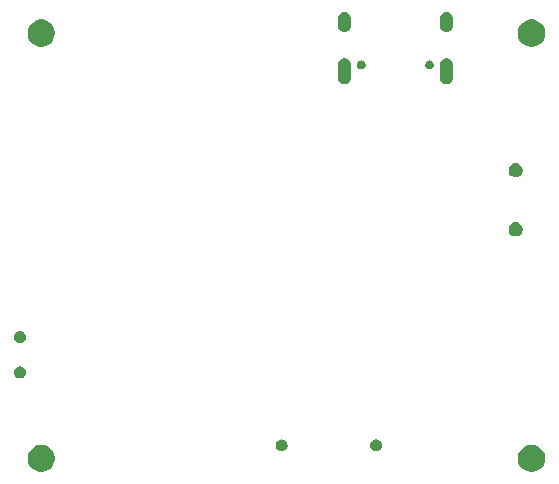
<source format=gbr>
G04 #@! TF.GenerationSoftware,KiCad,Pcbnew,5.0.2-bee76a0~70~ubuntu18.04.1*
G04 #@! TF.CreationDate,2019-04-08T17:38:34+02:00*
G04 #@! TF.ProjectId,anotterwatch,616e6f74-7465-4727-9761-7463682e6b69,rev?*
G04 #@! TF.SameCoordinates,Original*
G04 #@! TF.FileFunction,Soldermask,Top*
G04 #@! TF.FilePolarity,Negative*
%FSLAX46Y46*%
G04 Gerber Fmt 4.6, Leading zero omitted, Abs format (unit mm)*
G04 Created by KiCad (PCBNEW 5.0.2-bee76a0~70~ubuntu18.04.1) date Mo 08 Apr 2019 17:38:34 CEST*
%MOMM*%
%LPD*%
G01*
G04 APERTURE LIST*
%ADD10C,0.100000*%
G04 APERTURE END LIST*
D10*
G36*
X81835734Y-106893232D02*
X82045202Y-106979996D01*
X82233723Y-107105962D01*
X82394038Y-107266277D01*
X82520004Y-107454798D01*
X82606768Y-107664266D01*
X82651000Y-107886635D01*
X82651000Y-108113365D01*
X82606768Y-108335734D01*
X82520004Y-108545202D01*
X82394038Y-108733723D01*
X82233723Y-108894038D01*
X82045202Y-109020004D01*
X81835734Y-109106768D01*
X81613365Y-109151000D01*
X81386635Y-109151000D01*
X81164266Y-109106768D01*
X80954798Y-109020004D01*
X80766277Y-108894038D01*
X80605962Y-108733723D01*
X80479996Y-108545202D01*
X80393232Y-108335734D01*
X80349000Y-108113365D01*
X80349000Y-107886635D01*
X80393232Y-107664266D01*
X80479996Y-107454798D01*
X80605962Y-107266277D01*
X80766277Y-107105962D01*
X80954798Y-106979996D01*
X81164266Y-106893232D01*
X81386635Y-106849000D01*
X81613365Y-106849000D01*
X81835734Y-106893232D01*
X81835734Y-106893232D01*
G37*
G36*
X123335734Y-106893232D02*
X123545202Y-106979996D01*
X123733723Y-107105962D01*
X123894038Y-107266277D01*
X124020004Y-107454798D01*
X124106768Y-107664266D01*
X124151000Y-107886635D01*
X124151000Y-108113365D01*
X124106768Y-108335734D01*
X124020004Y-108545202D01*
X123894038Y-108733723D01*
X123733723Y-108894038D01*
X123545202Y-109020004D01*
X123335734Y-109106768D01*
X123113365Y-109151000D01*
X122886635Y-109151000D01*
X122664266Y-109106768D01*
X122454798Y-109020004D01*
X122266277Y-108894038D01*
X122105962Y-108733723D01*
X121979996Y-108545202D01*
X121893232Y-108335734D01*
X121849000Y-108113365D01*
X121849000Y-107886635D01*
X121893232Y-107664266D01*
X121979996Y-107454798D01*
X122105962Y-107266277D01*
X122266277Y-107105962D01*
X122454798Y-106979996D01*
X122664266Y-106893232D01*
X122886635Y-106849000D01*
X123113365Y-106849000D01*
X123335734Y-106893232D01*
X123335734Y-106893232D01*
G37*
G36*
X109998136Y-106415253D02*
X110089312Y-106453019D01*
X110171372Y-106507850D01*
X110241150Y-106577628D01*
X110295981Y-106659688D01*
X110333747Y-106750864D01*
X110353000Y-106847656D01*
X110353000Y-106946344D01*
X110333747Y-107043136D01*
X110295981Y-107134312D01*
X110241150Y-107216372D01*
X110171372Y-107286150D01*
X110089312Y-107340981D01*
X109998136Y-107378747D01*
X109901344Y-107398000D01*
X109802656Y-107398000D01*
X109705864Y-107378747D01*
X109614688Y-107340981D01*
X109532628Y-107286150D01*
X109462850Y-107216372D01*
X109408019Y-107134312D01*
X109370253Y-107043136D01*
X109351000Y-106946344D01*
X109351000Y-106847656D01*
X109370253Y-106750864D01*
X109408019Y-106659688D01*
X109462850Y-106577628D01*
X109532628Y-106507850D01*
X109614688Y-106453019D01*
X109705864Y-106415253D01*
X109802656Y-106396000D01*
X109901344Y-106396000D01*
X109998136Y-106415253D01*
X109998136Y-106415253D01*
G37*
G36*
X101998136Y-106415253D02*
X102089312Y-106453019D01*
X102171372Y-106507850D01*
X102241150Y-106577628D01*
X102295981Y-106659688D01*
X102333747Y-106750864D01*
X102353000Y-106847656D01*
X102353000Y-106946344D01*
X102333747Y-107043136D01*
X102295981Y-107134312D01*
X102241150Y-107216372D01*
X102171372Y-107286150D01*
X102089312Y-107340981D01*
X101998136Y-107378747D01*
X101901344Y-107398000D01*
X101802656Y-107398000D01*
X101705864Y-107378747D01*
X101614688Y-107340981D01*
X101532628Y-107286150D01*
X101462850Y-107216372D01*
X101408019Y-107134312D01*
X101370253Y-107043136D01*
X101351000Y-106946344D01*
X101351000Y-106847656D01*
X101370253Y-106750864D01*
X101408019Y-106659688D01*
X101462850Y-106577628D01*
X101532628Y-106507850D01*
X101614688Y-106453019D01*
X101705864Y-106415253D01*
X101802656Y-106396000D01*
X101901344Y-106396000D01*
X101998136Y-106415253D01*
X101998136Y-106415253D01*
G37*
G36*
X79826136Y-100238253D02*
X79917312Y-100276019D01*
X79999372Y-100330850D01*
X80069150Y-100400628D01*
X80123981Y-100482688D01*
X80161747Y-100573864D01*
X80181000Y-100670656D01*
X80181000Y-100769344D01*
X80161747Y-100866136D01*
X80123981Y-100957312D01*
X80069150Y-101039372D01*
X79999372Y-101109150D01*
X79917312Y-101163981D01*
X79826136Y-101201747D01*
X79729344Y-101221000D01*
X79630656Y-101221000D01*
X79533864Y-101201747D01*
X79442688Y-101163981D01*
X79360628Y-101109150D01*
X79290850Y-101039372D01*
X79236019Y-100957312D01*
X79198253Y-100866136D01*
X79179000Y-100769344D01*
X79179000Y-100670656D01*
X79198253Y-100573864D01*
X79236019Y-100482688D01*
X79290850Y-100400628D01*
X79360628Y-100330850D01*
X79442688Y-100276019D01*
X79533864Y-100238253D01*
X79630656Y-100219000D01*
X79729344Y-100219000D01*
X79826136Y-100238253D01*
X79826136Y-100238253D01*
G37*
G36*
X79826136Y-97238253D02*
X79917312Y-97276019D01*
X79999372Y-97330850D01*
X80069150Y-97400628D01*
X80123981Y-97482688D01*
X80161747Y-97573864D01*
X80181000Y-97670656D01*
X80181000Y-97769344D01*
X80161747Y-97866136D01*
X80123981Y-97957312D01*
X80069150Y-98039372D01*
X79999372Y-98109150D01*
X79917312Y-98163981D01*
X79826136Y-98201747D01*
X79729344Y-98221000D01*
X79630656Y-98221000D01*
X79533864Y-98201747D01*
X79442688Y-98163981D01*
X79360628Y-98109150D01*
X79290850Y-98039372D01*
X79236019Y-97957312D01*
X79198253Y-97866136D01*
X79179000Y-97769344D01*
X79179000Y-97670656D01*
X79198253Y-97573864D01*
X79236019Y-97482688D01*
X79290850Y-97400628D01*
X79360628Y-97330850D01*
X79442688Y-97276019D01*
X79533864Y-97238253D01*
X79630656Y-97219000D01*
X79729344Y-97219000D01*
X79826136Y-97238253D01*
X79826136Y-97238253D01*
G37*
G36*
X121835305Y-88028096D02*
X121944680Y-88073400D01*
X122043118Y-88139175D01*
X122126825Y-88222882D01*
X122192600Y-88321320D01*
X122237904Y-88430695D01*
X122261000Y-88546806D01*
X122261000Y-88665194D01*
X122237904Y-88781305D01*
X122192600Y-88890680D01*
X122126825Y-88989118D01*
X122043118Y-89072825D01*
X121944680Y-89138600D01*
X121835305Y-89183904D01*
X121719194Y-89207000D01*
X121600806Y-89207000D01*
X121484695Y-89183904D01*
X121375320Y-89138600D01*
X121276882Y-89072825D01*
X121193175Y-88989118D01*
X121127400Y-88890680D01*
X121082096Y-88781305D01*
X121059000Y-88665194D01*
X121059000Y-88546806D01*
X121082096Y-88430695D01*
X121127400Y-88321320D01*
X121193175Y-88222882D01*
X121276882Y-88139175D01*
X121375320Y-88073400D01*
X121484695Y-88028096D01*
X121600806Y-88005000D01*
X121719194Y-88005000D01*
X121835305Y-88028096D01*
X121835305Y-88028096D01*
G37*
G36*
X121835305Y-83028096D02*
X121944680Y-83073400D01*
X122043118Y-83139175D01*
X122126825Y-83222882D01*
X122192600Y-83321320D01*
X122237904Y-83430695D01*
X122261000Y-83546806D01*
X122261000Y-83665194D01*
X122237904Y-83781305D01*
X122192600Y-83890680D01*
X122126825Y-83989118D01*
X122043118Y-84072825D01*
X121944680Y-84138600D01*
X121835305Y-84183904D01*
X121719194Y-84207000D01*
X121600806Y-84207000D01*
X121484695Y-84183904D01*
X121375320Y-84138600D01*
X121276882Y-84072825D01*
X121193175Y-83989118D01*
X121127400Y-83890680D01*
X121082096Y-83781305D01*
X121059000Y-83665194D01*
X121059000Y-83546806D01*
X121082096Y-83430695D01*
X121127400Y-83321320D01*
X121193175Y-83222882D01*
X121276882Y-83139175D01*
X121375320Y-83073400D01*
X121484695Y-83028096D01*
X121600806Y-83005000D01*
X121719194Y-83005000D01*
X121835305Y-83028096D01*
X121835305Y-83028096D01*
G37*
G36*
X107268614Y-74128473D02*
X107372478Y-74159979D01*
X107468200Y-74211144D01*
X107552101Y-74279999D01*
X107620956Y-74363900D01*
X107672121Y-74459621D01*
X107703627Y-74563485D01*
X107711600Y-74644433D01*
X107711600Y-75798567D01*
X107703627Y-75879515D01*
X107672121Y-75983379D01*
X107620956Y-76079100D01*
X107552101Y-76163001D01*
X107468200Y-76231856D01*
X107372479Y-76283021D01*
X107268615Y-76314527D01*
X107160600Y-76325166D01*
X107052586Y-76314527D01*
X106948722Y-76283021D01*
X106853001Y-76231856D01*
X106769100Y-76163001D01*
X106700245Y-76079100D01*
X106649080Y-75983379D01*
X106617574Y-75879515D01*
X106609601Y-75798567D01*
X106609600Y-74644434D01*
X106617573Y-74563486D01*
X106649079Y-74459622D01*
X106700244Y-74363900D01*
X106769099Y-74279999D01*
X106853000Y-74211144D01*
X106948721Y-74159979D01*
X107052585Y-74128473D01*
X107160600Y-74117834D01*
X107268614Y-74128473D01*
X107268614Y-74128473D01*
G37*
G36*
X115908614Y-74128473D02*
X116012478Y-74159979D01*
X116108200Y-74211144D01*
X116192101Y-74279999D01*
X116260956Y-74363900D01*
X116312121Y-74459621D01*
X116343627Y-74563485D01*
X116351600Y-74644433D01*
X116351600Y-75798567D01*
X116343627Y-75879515D01*
X116312121Y-75983379D01*
X116260956Y-76079100D01*
X116192101Y-76163001D01*
X116108200Y-76231856D01*
X116012479Y-76283021D01*
X115908615Y-76314527D01*
X115800600Y-76325166D01*
X115692586Y-76314527D01*
X115588722Y-76283021D01*
X115493001Y-76231856D01*
X115409100Y-76163001D01*
X115340245Y-76079100D01*
X115289080Y-75983379D01*
X115257574Y-75879515D01*
X115249601Y-75798567D01*
X115249600Y-74644434D01*
X115257573Y-74563486D01*
X115289079Y-74459622D01*
X115340244Y-74363900D01*
X115409099Y-74279999D01*
X115493000Y-74211144D01*
X115588721Y-74159979D01*
X115692585Y-74128473D01*
X115800600Y-74117834D01*
X115908614Y-74128473D01*
X115908614Y-74128473D01*
G37*
G36*
X114480272Y-74329949D02*
X114480274Y-74329950D01*
X114480275Y-74329950D01*
X114548703Y-74358293D01*
X114610009Y-74399257D01*
X114610289Y-74399444D01*
X114662656Y-74451811D01*
X114662658Y-74451814D01*
X114703807Y-74513397D01*
X114732150Y-74581825D01*
X114732151Y-74581828D01*
X114746600Y-74654466D01*
X114746600Y-74728533D01*
X114732150Y-74801175D01*
X114703807Y-74869603D01*
X114662843Y-74930909D01*
X114662656Y-74931189D01*
X114610289Y-74983556D01*
X114610286Y-74983558D01*
X114548703Y-75024707D01*
X114480275Y-75053050D01*
X114480274Y-75053050D01*
X114480272Y-75053051D01*
X114407634Y-75067500D01*
X114333566Y-75067500D01*
X114260928Y-75053051D01*
X114260926Y-75053050D01*
X114260925Y-75053050D01*
X114192497Y-75024707D01*
X114130914Y-74983558D01*
X114130911Y-74983556D01*
X114078544Y-74931189D01*
X114078357Y-74930909D01*
X114037393Y-74869603D01*
X114009050Y-74801175D01*
X113994600Y-74728533D01*
X113994600Y-74654466D01*
X114009049Y-74581828D01*
X114009050Y-74581825D01*
X114037393Y-74513397D01*
X114078542Y-74451814D01*
X114078544Y-74451811D01*
X114130911Y-74399444D01*
X114131191Y-74399257D01*
X114192497Y-74358293D01*
X114260925Y-74329950D01*
X114260926Y-74329950D01*
X114260928Y-74329949D01*
X114333566Y-74315500D01*
X114407634Y-74315500D01*
X114480272Y-74329949D01*
X114480272Y-74329949D01*
G37*
G36*
X108700272Y-74329949D02*
X108700274Y-74329950D01*
X108700275Y-74329950D01*
X108768703Y-74358293D01*
X108830009Y-74399257D01*
X108830289Y-74399444D01*
X108882656Y-74451811D01*
X108882658Y-74451814D01*
X108923807Y-74513397D01*
X108952150Y-74581825D01*
X108952151Y-74581828D01*
X108966600Y-74654466D01*
X108966600Y-74728533D01*
X108952150Y-74801175D01*
X108923807Y-74869603D01*
X108882843Y-74930909D01*
X108882656Y-74931189D01*
X108830289Y-74983556D01*
X108830286Y-74983558D01*
X108768703Y-75024707D01*
X108700275Y-75053050D01*
X108700274Y-75053050D01*
X108700272Y-75053051D01*
X108627634Y-75067500D01*
X108553566Y-75067500D01*
X108480928Y-75053051D01*
X108480926Y-75053050D01*
X108480925Y-75053050D01*
X108412497Y-75024707D01*
X108350914Y-74983558D01*
X108350911Y-74983556D01*
X108298544Y-74931189D01*
X108298357Y-74930909D01*
X108257393Y-74869603D01*
X108229050Y-74801175D01*
X108214600Y-74728533D01*
X108214600Y-74654466D01*
X108229049Y-74581828D01*
X108229050Y-74581825D01*
X108257393Y-74513397D01*
X108298542Y-74451814D01*
X108298544Y-74451811D01*
X108350911Y-74399444D01*
X108351191Y-74399257D01*
X108412497Y-74358293D01*
X108480925Y-74329950D01*
X108480926Y-74329950D01*
X108480928Y-74329949D01*
X108553566Y-74315500D01*
X108627634Y-74315500D01*
X108700272Y-74329949D01*
X108700272Y-74329949D01*
G37*
G36*
X81835734Y-70893232D02*
X82045202Y-70979996D01*
X82233723Y-71105962D01*
X82394038Y-71266277D01*
X82520004Y-71454798D01*
X82606768Y-71664266D01*
X82651000Y-71886635D01*
X82651000Y-72113365D01*
X82606768Y-72335734D01*
X82520004Y-72545202D01*
X82394038Y-72733723D01*
X82233723Y-72894038D01*
X82045202Y-73020004D01*
X81835734Y-73106768D01*
X81613365Y-73151000D01*
X81386635Y-73151000D01*
X81164266Y-73106768D01*
X80954798Y-73020004D01*
X80766277Y-72894038D01*
X80605962Y-72733723D01*
X80479996Y-72545202D01*
X80393232Y-72335734D01*
X80349000Y-72113365D01*
X80349000Y-71886635D01*
X80393232Y-71664266D01*
X80479996Y-71454798D01*
X80605962Y-71266277D01*
X80766277Y-71105962D01*
X80954798Y-70979996D01*
X81164266Y-70893232D01*
X81386635Y-70849000D01*
X81613365Y-70849000D01*
X81835734Y-70893232D01*
X81835734Y-70893232D01*
G37*
G36*
X123335734Y-70893232D02*
X123545202Y-70979996D01*
X123733723Y-71105962D01*
X123894038Y-71266277D01*
X124020004Y-71454798D01*
X124106768Y-71664266D01*
X124151000Y-71886635D01*
X124151000Y-72113365D01*
X124106768Y-72335734D01*
X124020004Y-72545202D01*
X123894038Y-72733723D01*
X123733723Y-72894038D01*
X123545202Y-73020004D01*
X123335734Y-73106768D01*
X123113365Y-73151000D01*
X122886635Y-73151000D01*
X122664266Y-73106768D01*
X122454798Y-73020004D01*
X122266277Y-72894038D01*
X122105962Y-72733723D01*
X121979996Y-72545202D01*
X121893232Y-72335734D01*
X121849000Y-72113365D01*
X121849000Y-71886635D01*
X121893232Y-71664266D01*
X121979996Y-71454798D01*
X122105962Y-71266277D01*
X122266277Y-71105962D01*
X122454798Y-70979996D01*
X122664266Y-70893232D01*
X122886635Y-70849000D01*
X123113365Y-70849000D01*
X123335734Y-70893232D01*
X123335734Y-70893232D01*
G37*
G36*
X107268614Y-70198473D02*
X107372478Y-70229979D01*
X107468200Y-70281144D01*
X107552101Y-70349999D01*
X107620956Y-70433900D01*
X107672121Y-70529621D01*
X107703627Y-70633485D01*
X107711600Y-70714433D01*
X107711600Y-71368567D01*
X107703627Y-71449515D01*
X107672121Y-71553379D01*
X107620956Y-71649100D01*
X107552101Y-71733001D01*
X107468200Y-71801856D01*
X107372479Y-71853021D01*
X107268615Y-71884527D01*
X107160600Y-71895166D01*
X107052586Y-71884527D01*
X106948722Y-71853021D01*
X106853001Y-71801856D01*
X106769100Y-71733001D01*
X106700245Y-71649100D01*
X106649080Y-71553379D01*
X106617573Y-71449515D01*
X106609600Y-71368567D01*
X106609600Y-70714434D01*
X106617573Y-70633486D01*
X106649079Y-70529622D01*
X106700244Y-70433900D01*
X106769099Y-70349999D01*
X106853000Y-70281144D01*
X106948721Y-70229979D01*
X107052585Y-70198473D01*
X107160600Y-70187834D01*
X107268614Y-70198473D01*
X107268614Y-70198473D01*
G37*
G36*
X115908614Y-70198473D02*
X116012478Y-70229979D01*
X116108200Y-70281144D01*
X116192101Y-70349999D01*
X116260956Y-70433900D01*
X116312121Y-70529621D01*
X116343627Y-70633485D01*
X116351600Y-70714433D01*
X116351600Y-71368567D01*
X116343627Y-71449515D01*
X116312121Y-71553379D01*
X116260956Y-71649100D01*
X116192101Y-71733001D01*
X116108200Y-71801856D01*
X116012479Y-71853021D01*
X115908615Y-71884527D01*
X115800600Y-71895166D01*
X115692586Y-71884527D01*
X115588722Y-71853021D01*
X115493001Y-71801856D01*
X115409100Y-71733001D01*
X115340245Y-71649100D01*
X115289080Y-71553379D01*
X115257573Y-71449515D01*
X115249600Y-71368567D01*
X115249600Y-70714434D01*
X115257573Y-70633486D01*
X115289079Y-70529622D01*
X115340244Y-70433900D01*
X115409099Y-70349999D01*
X115493000Y-70281144D01*
X115588721Y-70229979D01*
X115692585Y-70198473D01*
X115800600Y-70187834D01*
X115908614Y-70198473D01*
X115908614Y-70198473D01*
G37*
M02*

</source>
